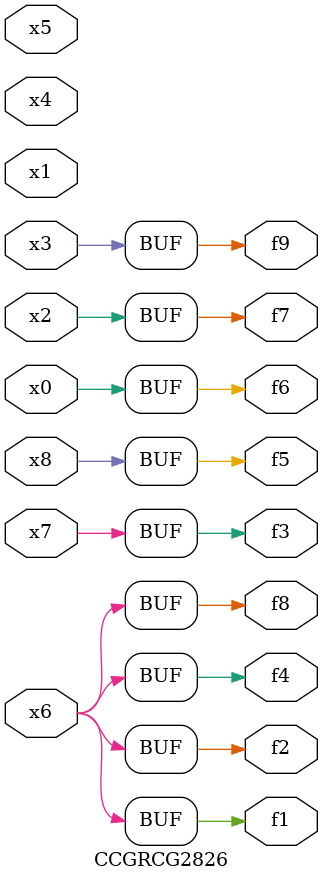
<source format=v>
module CCGRCG2826(
	input x0, x1, x2, x3, x4, x5, x6, x7, x8,
	output f1, f2, f3, f4, f5, f6, f7, f8, f9
);
	assign f1 = x6;
	assign f2 = x6;
	assign f3 = x7;
	assign f4 = x6;
	assign f5 = x8;
	assign f6 = x0;
	assign f7 = x2;
	assign f8 = x6;
	assign f9 = x3;
endmodule

</source>
